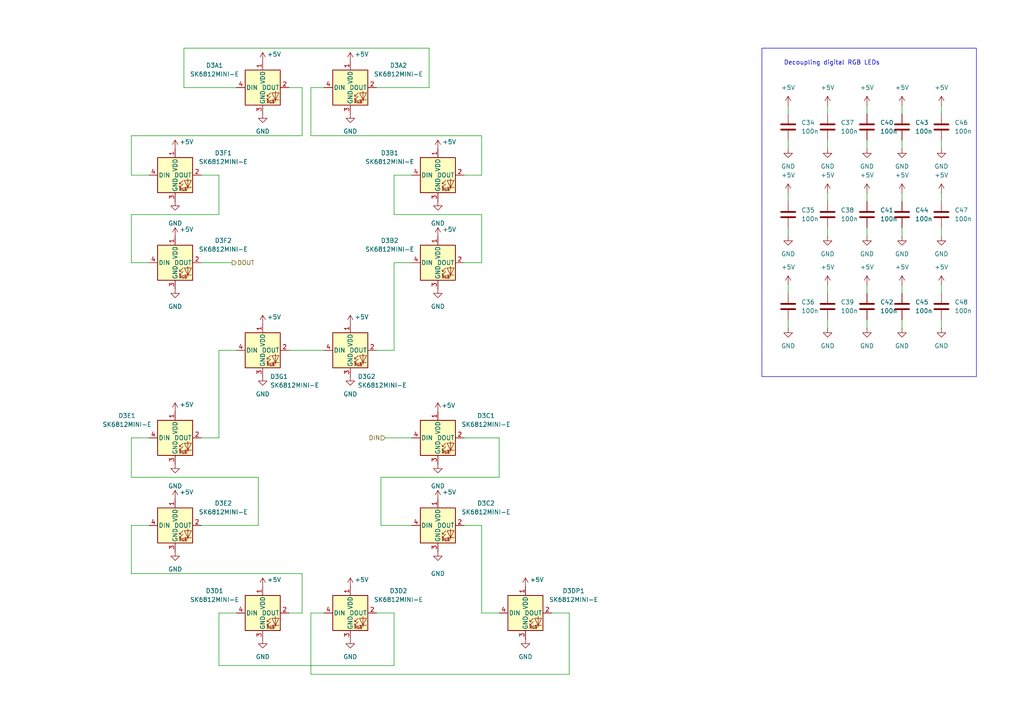
<source format=kicad_sch>
(kicad_sch (version 20250114) (generator "eeschema") (generator_version "9.0")
  (paper "A4")
  (title_block (title "n-teller-xl-diy") (date "2025-07-28") (rev "1.0") (company "https://github.com/atoomnetmarc/n-teller-xl-diy") (comment 1 "Apache License 2.0"))
  (lib_symbols
    (symbol "Device:C" (pin_numbers (hide yes)) (pin_names (offset 0.254))
      (property "Reference" "C" (at 0.635 2.54 0))
      (property "Value" "C" (at 0.635 -2.54 0))
      (symbol "C_0_1"
        (polyline (pts (xy -2.032 0.762) (xy 2.032 0.762)) (stroke (width 0.508)))
        (polyline (pts (xy -2.032 -0.762) (xy 2.032 -0.762)) (stroke (width 0.508)))
      )
      (symbol "C_1_1"
        (pin passive line (at 0 3.81 270) (length 2.794) (name "~") (number "1"))
        (pin passive line (at 0 -3.81 90) (length 2.794) (name "~") (number "2"))
      )
    )
    (symbol "LED-extra:SK6812MINI-E" (pin_names (offset 0.254))
      (property "Reference" "D" (at 5.08 5.715 0))
      (property "Value" "SK6812MINI-E" (at 1.27 -5.715 0))
      (symbol "SK6812MINI-E_0_0"
        (text "RGB" (at 2.286 -4.191 0) (effects (font (size 0.762 0.762))))
      )
      (symbol "SK6812MINI-E_0_1"
        (rectangle (start -5.08 5.08) (end 5.08 -5.08) (stroke (width 0.254)) (fill (type background)))
        (polyline (pts (xy 1.27 -2.54) (xy 1.778 -2.54)))
        (polyline (pts (xy 1.27 -3.556) (xy 1.778 -3.556)))
        (polyline (pts (xy 2.286 -1.524) (xy 1.27 -2.54) (xy 1.27 -2.032)))
        (polyline (pts (xy 2.286 -2.54) (xy 1.27 -3.556) (xy 1.27 -3.048)))
        (polyline (pts (xy 3.683 -1.016) (xy 3.683 -3.556) (xy 3.683 -4.064)))
        (polyline (pts (xy 4.699 -1.524) (xy 2.667 -1.524) (xy 3.683 -3.556) (xy 4.699 -1.524)))
        (polyline (pts (xy 4.699 -3.556) (xy 2.667 -3.556)))
      )
      (symbol "SK6812MINI-E_1_1"
        (pin input line (at -7.62 0 0) (length 2.54) (name "DIN") (number "4"))
        (pin power_in line (at 0 7.62 270) (length 2.54) (name "VDD") (number "1"))
        (pin power_in line (at 0 -7.62 90) (length 2.54) (name "GND") (number "3"))
        (pin output line (at 7.62 0 180) (length 2.54) (name "DOUT") (number "2"))
      )
    )
    (symbol "power:+5V" (power) (pin_numbers (hide yes)) (pin_names (offset 0) (hide yes))
      (property "Value" "+5V" (at 0 3.556 0))
      (symbol "+5V_0_1"
        (polyline (pts (xy -0.762 1.27) (xy 0 2.54)))
        (polyline (pts (xy 0 2.54) (xy 0.762 1.27)))
        (polyline (pts (xy 0 0) (xy 0 2.54)))
      )
      (symbol "+5V_1_1"
        (pin power_in line (at 0 0 90) (length 0) (name "~") (number "1"))
      )
    )
    (symbol "power:GND" (power) (pin_numbers (hide yes)) (pin_names (offset 0) (hide yes))
      (property "Value" "GND" (at 0 -3.81 0))
      (symbol "GND_0_1"
        (polyline (pts (xy 0 0) (xy 0 -1.27) (xy 1.27 -1.27) (xy 0 -2.54) (xy -1.27 -1.27) (xy 0 -1.27)))
      )
      (symbol "GND_1_1"
        (pin power_in line (at 0 0 270) (length 0) (name "~") (number "1"))
      )
    )
  )
  (rectangle (start 220.98 13.97) (end 283.21 109.22))
  (text "Decoupling digital RGB LEDs" (at 227.33 19.05 0) (effects (font (size 1.27 1.27)) (justify left bottom)))
  (wire (pts (xy 63.5 62.23) (xy 38.1 62.23)))
  (wire (pts (xy 114.3 177.8) (xy 114.3 193.04)))
  (wire (pts (xy 38.1 127) (xy 43.18 127)))
  (wire (pts (xy 273.05 30.48) (xy 273.05 33.02)))
  (wire (pts (xy 114.3 101.6) (xy 114.3 76.2)))
  (wire (pts (xy 134.62 152.4) (xy 139.7 152.4)))
  (wire (pts (xy 240.03 30.48) (xy 240.03 33.02)))
  (wire (pts (xy 63.5 193.04) (xy 63.5 177.8)))
  (wire (pts (xy 74.93 152.4) (xy 74.93 138.43)))
  (wire (pts (xy 139.7 177.8) (xy 144.78 177.8)))
  (wire (pts (xy 38.1 138.43) (xy 38.1 127)))
  (wire (pts (xy 38.1 166.37) (xy 38.1 152.4)))
  (wire (pts (xy 90.17 177.8) (xy 93.98 177.8)))
  (wire (pts (xy 251.46 82.55) (xy 251.46 85.09)))
  (wire (pts (xy 261.62 55.88) (xy 261.62 58.42)))
  (wire (pts (xy 139.7 62.23) (xy 114.3 62.23)))
  (wire (pts (xy 228.6 66.04) (xy 228.6 68.58)))
  (wire (pts (xy 240.03 66.04) (xy 240.03 68.58)))
  (wire (pts (xy 139.7 76.2) (xy 139.7 62.23)))
  (wire (pts (xy 114.3 193.04) (xy 63.5 193.04)))
  (wire (pts (xy 165.1 195.58) (xy 90.17 195.58)))
  (wire (pts (xy 165.1 177.8) (xy 165.1 195.58)))
  (wire (pts (xy 38.1 76.2) (xy 43.18 76.2)))
  (wire (pts (xy 228.6 92.71) (xy 228.6 95.25)))
  (wire (pts (xy 124.46 13.97) (xy 53.34 13.97)))
  (wire (pts (xy 261.62 66.04) (xy 261.62 68.58)))
  (wire (pts (xy 38.1 62.23) (xy 38.1 76.2)))
  (wire (pts (xy 111.76 127) (xy 119.38 127)))
  (wire (pts (xy 58.42 152.4) (xy 74.93 152.4)))
  (wire (pts (xy 74.93 138.43) (xy 38.1 138.43)))
  (wire (pts (xy 63.5 101.6) (xy 68.58 101.6)))
  (wire (pts (xy 87.63 177.8) (xy 87.63 166.37)))
  (wire (pts (xy 240.03 40.64) (xy 240.03 43.18)))
  (wire (pts (xy 261.62 92.71) (xy 261.62 95.25)))
  (wire (pts (xy 240.03 82.55) (xy 240.03 85.09)))
  (wire (pts (xy 110.49 138.43) (xy 110.49 152.4)))
  (wire (pts (xy 87.63 39.37) (xy 38.1 39.37)))
  (wire (pts (xy 261.62 30.48) (xy 261.62 33.02)))
  (wire (pts (xy 251.46 66.04) (xy 251.46 68.58)))
  (wire (pts (xy 83.82 101.6) (xy 93.98 101.6)))
  (wire (pts (xy 38.1 152.4) (xy 43.18 152.4)))
  (wire (pts (xy 144.78 138.43) (xy 110.49 138.43)))
  (wire (pts (xy 240.03 92.71) (xy 240.03 95.25)))
  (wire (pts (xy 109.22 101.6) (xy 114.3 101.6)))
  (wire (pts (xy 139.7 152.4) (xy 139.7 177.8)))
  (wire (pts (xy 90.17 39.37) (xy 90.17 25.4)))
  (wire (pts (xy 251.46 92.71) (xy 251.46 95.25)))
  (wire (pts (xy 160.02 177.8) (xy 165.1 177.8)))
  (wire (pts (xy 109.22 25.4) (xy 124.46 25.4)))
  (wire (pts (xy 228.6 82.55) (xy 228.6 85.09)))
  (wire (pts (xy 134.62 50.8) (xy 139.7 50.8)))
  (wire (pts (xy 134.62 76.2) (xy 139.7 76.2)))
  (wire (pts (xy 144.78 127) (xy 144.78 138.43)))
  (wire (pts (xy 38.1 39.37) (xy 38.1 50.8)))
  (wire (pts (xy 273.05 92.71) (xy 273.05 95.25)))
  (wire (pts (xy 114.3 76.2) (xy 119.38 76.2)))
  (wire (pts (xy 110.49 152.4) (xy 119.38 152.4)))
  (wire (pts (xy 114.3 50.8) (xy 119.38 50.8)))
  (wire (pts (xy 90.17 195.58) (xy 90.17 177.8)))
  (wire (pts (xy 53.34 13.97) (xy 53.34 25.4)))
  (wire (pts (xy 240.03 55.88) (xy 240.03 58.42)))
  (wire (pts (xy 38.1 50.8) (xy 43.18 50.8)))
  (wire (pts (xy 58.42 50.8) (xy 63.5 50.8)))
  (wire (pts (xy 134.62 127) (xy 144.78 127)))
  (wire (pts (xy 228.6 55.88) (xy 228.6 58.42)))
  (wire (pts (xy 139.7 39.37) (xy 90.17 39.37)))
  (wire (pts (xy 251.46 55.88) (xy 251.46 58.42)))
  (wire (pts (xy 87.63 166.37) (xy 38.1 166.37)))
  (wire (pts (xy 139.7 50.8) (xy 139.7 39.37)))
  (wire (pts (xy 90.17 25.4) (xy 93.98 25.4)))
  (wire (pts (xy 251.46 40.64) (xy 251.46 43.18)))
  (wire (pts (xy 63.5 127) (xy 63.5 101.6)))
  (wire (pts (xy 228.6 40.64) (xy 228.6 43.18)))
  (wire (pts (xy 261.62 82.55) (xy 261.62 85.09)))
  (wire (pts (xy 63.5 177.8) (xy 68.58 177.8)))
  (wire (pts (xy 58.42 76.2) (xy 67.31 76.2)))
  (wire (pts (xy 251.46 30.48) (xy 251.46 33.02)))
  (wire (pts (xy 273.05 66.04) (xy 273.05 68.58)))
  (wire (pts (xy 58.42 127) (xy 63.5 127)))
  (wire (pts (xy 228.6 30.48) (xy 228.6 33.02)))
  (wire (pts (xy 53.34 25.4) (xy 68.58 25.4)))
  (wire (pts (xy 109.22 177.8) (xy 114.3 177.8)))
  (wire (pts (xy 114.3 62.23) (xy 114.3 50.8)))
  (wire (pts (xy 87.63 25.4) (xy 87.63 39.37)))
  (wire (pts (xy 83.82 177.8) (xy 87.63 177.8)))
  (wire (pts (xy 124.46 25.4) (xy 124.46 13.97)))
  (wire (pts (xy 261.62 40.64) (xy 261.62 43.18)))
  (wire (pts (xy 273.05 55.88) (xy 273.05 58.42)))
  (wire (pts (xy 63.5 50.8) (xy 63.5 62.23)))
  (wire (pts (xy 273.05 40.64) (xy 273.05 43.18)))
  (wire (pts (xy 83.82 25.4) (xy 87.63 25.4)))
  (wire (pts (xy 273.05 82.55) (xy 273.05 85.09)))
  (hierarchical_label "DOUT" (shape output) (at 67.31 76.2 0))
  (hierarchical_label "DIN" (shape input) (at 111.76 127 180))
  (symbol (lib_id "LED-extra:SK6812MINI-E") (at 76.2 25.4 0) (unit 1)
    (property "Reference" "D1A1" (at 62.23 18.9798 0))
    (property "Value" "SK6812MINI-E" (at 62.23 21.5198 0))
    (property "Footprint" "LED_SMD-extra:LED_SK6812MINI-E_3.2x2.8x1.78mm_P1.5mm" (effects (hide yes)))
    (property "Datasheet" "https://datasheet.lcsc.com/lcsc/2305101623_OPSCO-Optoelectronics-SK6812MINI-E_C5149201.pdf" (effects (hide yes)))
    (property "Description" "Reverse mount RGB LED with integrated controller" (effects (hide yes)))
    (instances (project "n-teller-xl-diy" (path "" (reference "D3A1") (unit 1)) (path "" (reference "D1A1") (unit 1)) (path "" (reference "D4A1") (unit 1)) (path "" (reference "D2A1") (unit 1))))
  )
  (symbol (lib_id "power:GND") (at 251.46 68.58 0) (unit 1)
    (property "Reference" "#PWR060" (effects (hide yes)))
    (property "Value" "GND" (at 251.46 73.66 0))
    (instances (project "n-teller-xl-diy" (path "" (reference "#PWR0178") (unit 1)) (path "" (reference "#PWR060") (unit 1)) (path "" (reference "#PWR0238") (unit 1)) (path "" (reference "#PWR0118") (unit 1))))
  )
  (symbol (lib_id "power:+5V") (at 228.6 30.48 0) (unit 1)
    (property "Reference" "#PWR063" (effects (hide yes)))
    (property "Value" "+5V" (at 228.6 25.4 0))
    (instances (project "n-teller-xl-diy" (path "" (reference "#PWR0163") (unit 1)) (path "" (reference "#PWR063") (unit 1)) (path "" (reference "#PWR0223") (unit 1)) (path "" (reference "#PWR0103") (unit 1))))
  )
  (symbol (lib_id "LED-extra:SK6812MINI-E") (at 127 50.8 0) (unit 1)
    (property "Reference" "D1B1" (at 113.03 44.3798 0))
    (property "Value" "SK6812MINI-E" (at 113.03 46.9198 0))
    (property "Footprint" "LED_SMD-extra:LED_SK6812MINI-E_3.2x2.8x1.78mm_P1.5mm" (effects (hide yes)))
    (property "Datasheet" "https://datasheet.lcsc.com/lcsc/2305101623_OPSCO-Optoelectronics-SK6812MINI-E_C5149201.pdf" (effects (hide yes)))
    (property "Description" "Reverse mount RGB LED with integrated controller" (effects (hide yes)))
    (instances (project "n-teller-xl-diy" (path "" (reference "D3B1") (unit 1)) (path "" (reference "D1B1") (unit 1)) (path "" (reference "D4B1") (unit 1)) (path "" (reference "D2B1") (unit 1))))
  )
  (symbol (lib_id "LED-extra:SK6812MINI-E") (at 50.8 152.4 0) (unit 1)
    (property "Reference" "D1E2" (at 64.77 145.9798 0))
    (property "Value" "SK6812MINI-E" (at 64.77 148.5198 0))
    (property "Footprint" "LED_SMD-extra:LED_SK6812MINI-E_3.2x2.8x1.78mm_P1.5mm" (effects (hide yes)))
    (property "Datasheet" "https://datasheet.lcsc.com/lcsc/2305101623_OPSCO-Optoelectronics-SK6812MINI-E_C5149201.pdf" (effects (hide yes)))
    (property "Description" "Reverse mount RGB LED with integrated controller" (effects (hide yes)))
    (instances (project "n-teller-xl-diy" (path "" (reference "D3E2") (unit 1)) (path "" (reference "D1E2") (unit 1)) (path "" (reference "D4E2") (unit 1)) (path "" (reference "D2E2") (unit 1))))
  )
  (symbol (lib_id "power:+5V") (at 50.8 119.38 0) (unit 1)
    (property "Reference" "#PWR019" (effects (hide yes)))
    (property "Value" "+5V" (at 54.102 117.348 0))
    (property "Description" "Power symbol creates a global label with name \"+5V\"" (effects (hide yes)))
    (instances (project "n-teller-xl-diy" (path "" (reference "#PWR0137") (unit 1)) (path "" (reference "#PWR019") (unit 1)) (path "" (reference "#PWR0197") (unit 1)) (path "" (reference "#PWR077") (unit 1))))
  )
  (symbol (lib_id "power:GND") (at 50.8 134.62 0) (unit 1)
    (property "Reference" "#PWR010" (effects (hide yes)))
    (property "Value" "GND" (at 50.8 140.97 0))
    (property "Description" "Power symbol creates a global label with name \"GND\" , ground" (effects (hide yes)))
    (instances (project "n-teller-xl-diy" (path "" (reference "#PWR0138") (unit 1)) (path "" (reference "#PWR010") (unit 1)) (path "" (reference "#PWR0198") (unit 1)) (path "" (reference "#PWR078") (unit 1))))
  )
  (symbol (lib_id "power:GND") (at 240.03 95.25 0) (unit 1)
    (property "Reference" "#PWR043" (effects (hide yes)))
    (property "Value" "GND" (at 240.03 100.33 0))
    (instances (project "n-teller-xl-diy" (path "" (reference "#PWR0174") (unit 1)) (path "" (reference "#PWR043") (unit 1)) (path "" (reference "#PWR0234") (unit 1)) (path "" (reference "#PWR0114") (unit 1))))
  )
  (symbol (lib_id "power:GND") (at 76.2 185.42 0) (unit 1)
    (property "Reference" "#PWR08" (effects (hide yes)))
    (property "Value" "GND" (at 76.2 190.5 0))
    (property "Description" "Power symbol creates a global label with name \"GND\" , ground" (effects (hide yes)))
    (instances (project "n-teller-xl-diy" (path "" (reference "#PWR0146") (unit 1)) (path "" (reference "#PWR08") (unit 1)) (path "" (reference "#PWR0206") (unit 1)) (path "" (reference "#PWR086") (unit 1))))
  )
  (symbol (lib_id "power:GND") (at 228.6 68.58 0) (unit 1)
    (property "Reference" "#PWR058" (effects (hide yes)))
    (property "Value" "GND" (at 228.6 73.66 0))
    (instances (project "n-teller-xl-diy" (path "" (reference "#PWR0166") (unit 1)) (path "" (reference "#PWR058") (unit 1)) (path "" (reference "#PWR0226") (unit 1)) (path "" (reference "#PWR0106") (unit 1))))
  )
  (symbol (lib_id "Device:C") (at 228.6 36.83 0) (unit 1)
    (property "Reference" "C13" (at 232.41 35.56 0) (effects (justify left)))
    (property "Value" "100n" (at 232.41 38.1 0) (effects (justify left)))
    (property "Footprint" "Capacitor_SMD:C_0805_2012Metric_Pad1.18x1.45mm_HandSolder" (effects (hide yes)))
    (instances (project "n-teller-xl-diy" (path "" (reference "C34") (unit 1)) (path "" (reference "C13") (unit 1)) (path "" (reference "C49") (unit 1)) (path "" (reference "C19") (unit 1))))
  )
  (symbol (lib_id "LED-extra:SK6812MINI-E") (at 127 152.4 0) (unit 1)
    (property "Reference" "D1C2" (at 140.97 145.9798 0))
    (property "Value" "SK6812MINI-E" (at 140.97 148.5198 0))
    (property "Footprint" "LED_SMD-extra:LED_SK6812MINI-E_3.2x2.8x1.78mm_P1.5mm" (effects (hide yes)))
    (property "Datasheet" "https://datasheet.lcsc.com/lcsc/2305101623_OPSCO-Optoelectronics-SK6812MINI-E_C5149201.pdf" (effects (hide yes)))
    (property "Description" "Reverse mount RGB LED with integrated controller" (effects (hide yes)))
    (instances (project "n-teller-xl-diy" (path "" (reference "D3C2") (unit 1)) (path "" (reference "D1C2") (unit 1)) (path "" (reference "D4C2") (unit 1)) (path "" (reference "D2C2") (unit 1))))
  )
  (symbol (lib_id "power:+5V") (at 251.46 55.88 0) (unit 1)
    (property "Reference" "#PWR055" (effects (hide yes)))
    (property "Value" "+5V" (at 251.46 50.8 0))
    (instances (project "n-teller-xl-diy" (path "" (reference "#PWR0177") (unit 1)) (path "" (reference "#PWR055") (unit 1)) (path "" (reference "#PWR0237") (unit 1)) (path "" (reference "#PWR0117") (unit 1))))
  )
  (symbol (lib_id "power:+5V") (at 273.05 55.88 0) (unit 1)
    (property "Reference" "#PWR057" (effects (hide yes)))
    (property "Value" "+5V" (at 273.05 50.8 0))
    (instances (project "n-teller-xl-diy" (path "" (reference "#PWR0189") (unit 1)) (path "" (reference "#PWR057") (unit 1)) (path "" (reference "#PWR0249") (unit 1)) (path "" (reference "#PWR0129") (unit 1))))
  )
  (symbol (lib_id "power:GND") (at 273.05 95.25 0) (unit 1)
    (property "Reference" "#PWR046" (effects (hide yes)))
    (property "Value" "GND" (at 273.05 100.33 0))
    (instances (project "n-teller-xl-diy" (path "" (reference "#PWR0192") (unit 1)) (path "" (reference "#PWR046") (unit 1)) (path "" (reference "#PWR0252") (unit 1)) (path "" (reference "#PWR0132") (unit 1))))
  )
  (symbol (lib_id "LED-extra:SK6812MINI-E") (at 50.8 76.2 0) (unit 1)
    (property "Reference" "D1F2" (at 64.77 69.7798 0))
    (property "Value" "SK6812MINI-E" (at 64.77 72.3198 0))
    (property "Footprint" "LED_SMD-extra:LED_SK6812MINI-E_3.2x2.8x1.78mm_P1.5mm" (effects (hide yes)))
    (property "Datasheet" "https://datasheet.lcsc.com/lcsc/2305101623_OPSCO-Optoelectronics-SK6812MINI-E_C5149201.pdf" (effects (hide yes)))
    (property "Description" "Reverse mount RGB LED with integrated controller" (effects (hide yes)))
    (instances (project "n-teller-xl-diy" (path "" (reference "D3F2") (unit 1)) (path "" (reference "D1F2") (unit 1)) (path "" (reference "D4F2") (unit 1)) (path "" (reference "D2F2") (unit 1))))
  )
  (symbol (lib_id "Device:C") (at 251.46 88.9 0) (unit 1)
    (property "Reference" "C4" (at 255.27 87.63 0) (effects (justify left)))
    (property "Value" "100n" (at 255.27 90.17 0) (effects (justify left)))
    (property "Footprint" "Capacitor_SMD:C_0805_2012Metric_Pad1.18x1.45mm_HandSolder" (effects (hide yes)))
    (instances (project "n-teller-xl-diy" (path "" (reference "C42") (unit 1)) (path "" (reference "C4") (unit 1)) (path "" (reference "C57") (unit 1)) (path "" (reference "C27") (unit 1))))
  )
  (symbol (lib_id "power:+5V") (at 101.6 17.78 0) (unit 1)
    (property "Reference" "#PWR027" (effects (hide yes)))
    (property "Value" "+5V" (at 104.902 15.748 0))
    (property "Description" "Power symbol creates a global label with name \"+5V\"" (effects (hide yes)))
    (instances (project "n-teller-xl-diy" (path "" (reference "#PWR0147") (unit 1)) (path "" (reference "#PWR027") (unit 1)) (path "" (reference "#PWR0207") (unit 1)) (path "" (reference "#PWR087") (unit 1))))
  )
  (symbol (lib_id "LED-extra:SK6812MINI-E") (at 101.6 177.8 0) (unit 1)
    (property "Reference" "D1D2" (at 115.57 171.3798 0))
    (property "Value" "SK6812MINI-E" (at 115.57 173.9198 0))
    (property "Footprint" "LED_SMD-extra:LED_SK6812MINI-E_3.2x2.8x1.78mm_P1.5mm" (effects (hide yes)))
    (property "Datasheet" "https://datasheet.lcsc.com/lcsc/2305101623_OPSCO-Optoelectronics-SK6812MINI-E_C5149201.pdf" (effects (hide yes)))
    (property "Description" "Reverse mount RGB LED with integrated controller" (effects (hide yes)))
    (instances (project "n-teller-xl-diy" (path "" (reference "D3D2") (unit 1)) (path "" (reference "D1D2") (unit 1)) (path "" (reference "D4D2") (unit 1)) (path "" (reference "D2D2") (unit 1))))
  )
  (symbol (lib_id "Device:C") (at 228.6 62.23 0) (unit 1)
    (property "Reference" "C8" (at 232.41 60.96 0) (effects (justify left)))
    (property "Value" "100n" (at 232.41 63.5 0) (effects (justify left)))
    (property "Footprint" "Capacitor_SMD:C_0805_2012Metric_Pad1.18x1.45mm_HandSolder" (effects (hide yes)))
    (instances (project "n-teller-xl-diy" (path "" (reference "C35") (unit 1)) (path "" (reference "C8") (unit 1)) (path "" (reference "C50") (unit 1)) (path "" (reference "C20") (unit 1))))
  )
  (symbol (lib_id "LED-extra:SK6812MINI-E") (at 76.2 101.6 0) (unit 1)
    (property "Reference" "D1G1" (at 78.3433 109.22 0) (effects (justify left)))
    (property "Value" "SK6812MINI-E" (at 78.3433 111.76 0) (effects (justify left)))
    (property "Footprint" "LED_SMD-extra:LED_SK6812MINI-E_3.2x2.8x1.78mm_P1.5mm" (effects (hide yes)))
    (property "Datasheet" "https://datasheet.lcsc.com/lcsc/2305101623_OPSCO-Optoelectronics-SK6812MINI-E_C5149201.pdf" (effects (hide yes)))
    (property "Description" "Reverse mount RGB LED with integrated controller" (effects (hide yes)))
    (instances (project "n-teller-xl-diy" (path "" (reference "D3G1") (unit 1)) (path "" (reference "D1G1") (unit 1)) (path "" (reference "D4G1") (unit 1)) (path "" (reference "D2G1") (unit 1))))
  )
  (symbol (lib_id "power:+5V") (at 127 43.18 0) (unit 1)
    (property "Reference" "#PWR028" (effects (hide yes)))
    (property "Value" "+5V" (at 130.302 41.148 0))
    (property "Description" "Power symbol creates a global label with name \"+5V\"" (effects (hide yes)))
    (instances (project "n-teller-xl-diy" (path "" (reference "#PWR0153") (unit 1)) (path "" (reference "#PWR028") (unit 1)) (path "" (reference "#PWR0213") (unit 1)) (path "" (reference "#PWR093") (unit 1))))
  )
  (symbol (lib_id "power:+5V") (at 228.6 82.55 0) (unit 1)
    (property "Reference" "#PWR051" (effects (hide yes)))
    (property "Value" "+5V" (at 228.6 77.47 0))
    (instances (project "n-teller-xl-diy" (path "" (reference "#PWR0167") (unit 1)) (path "" (reference "#PWR051") (unit 1)) (path "" (reference "#PWR0227") (unit 1)) (path "" (reference "#PWR0107") (unit 1))))
  )
  (symbol (lib_id "power:+5V") (at 127 68.58 0) (unit 1)
    (property "Reference" "#PWR029" (effects (hide yes)))
    (property "Value" "+5V" (at 130.302 66.548 0))
    (property "Description" "Power symbol creates a global label with name \"+5V\"" (effects (hide yes)))
    (instances (project "n-teller-xl-diy" (path "" (reference "#PWR0155") (unit 1)) (path "" (reference "#PWR029") (unit 1)) (path "" (reference "#PWR0215") (unit 1)) (path "" (reference "#PWR095") (unit 1))))
  )
  (symbol (lib_id "power:GND") (at 127 160.02 0) (unit 1)
    (property "Reference" "#PWR06" (effects (hide yes)))
    (property "Value" "GND" (at 127 166.37 0))
    (property "Description" "Power symbol creates a global label with name \"GND\" , ground" (effects (hide yes)))
    (instances (project "n-teller-xl-diy" (path "" (reference "#PWR0160") (unit 1)) (path "" (reference "#PWR06") (unit 1)) (path "" (reference "#PWR0220") (unit 1)) (path "" (reference "#PWR0100") (unit 1))))
  )
  (symbol (lib_id "power:+5V") (at 76.2 17.78 0) (unit 1)
    (property "Reference" "#PWR026" (effects (hide yes)))
    (property "Value" "+5V" (at 79.502 15.748 0))
    (property "Description" "Power symbol creates a global label with name \"+5V\"" (effects (hide yes)))
    (instances (project "n-teller-xl-diy" (path "" (reference "#PWR0141") (unit 1)) (path "" (reference "#PWR026") (unit 1)) (path "" (reference "#PWR0201") (unit 1)) (path "" (reference "#PWR081") (unit 1))))
  )
  (symbol (lib_id "Device:C") (at 251.46 62.23 0) (unit 1)
    (property "Reference" "C10" (at 255.27 60.96 0) (effects (justify left)))
    (property "Value" "100n" (at 255.27 63.5 0) (effects (justify left)))
    (property "Footprint" "Capacitor_SMD:C_0805_2012Metric_Pad1.18x1.45mm_HandSolder" (effects (hide yes)))
    (instances (project "n-teller-xl-diy" (path "" (reference "C41") (unit 1)) (path "" (reference "C10") (unit 1)) (path "" (reference "C56") (unit 1)) (path "" (reference "C26") (unit 1))))
  )
  (symbol (lib_id "Device:C") (at 251.46 36.83 0) (unit 1)
    (property "Reference" "C15" (at 255.27 35.56 0) (effects (justify left)))
    (property "Value" "100n" (at 255.27 38.1 0) (effects (justify left)))
    (property "Footprint" "Capacitor_SMD:C_0805_2012Metric_Pad1.18x1.45mm_HandSolder" (effects (hide yes)))
    (instances (project "n-teller-xl-diy" (path "" (reference "C40") (unit 1)) (path "" (reference "C15") (unit 1)) (path "" (reference "C55") (unit 1)) (path "" (reference "C25") (unit 1))))
  )
  (symbol (lib_id "Device:C") (at 228.6 88.9 0) (unit 1)
    (property "Reference" "C7" (at 232.41 87.63 0) (effects (justify left)))
    (property "Value" "100n" (at 232.41 90.17 0) (effects (justify left)))
    (property "Footprint" "Capacitor_SMD:C_0805_2012Metric_Pad1.18x1.45mm_HandSolder" (effects (hide yes)))
    (instances (project "n-teller-xl-diy" (path "" (reference "C36") (unit 1)) (path "" (reference "C7") (unit 1)) (path "" (reference "C51") (unit 1)) (path "" (reference "C21") (unit 1))))
  )
  (symbol (lib_id "power:GND") (at 261.62 68.58 0) (unit 1)
    (property "Reference" "#PWR061" (effects (hide yes)))
    (property "Value" "GND" (at 261.62 73.66 0))
    (instances (project "n-teller-xl-diy" (path "" (reference "#PWR0184") (unit 1)) (path "" (reference "#PWR061") (unit 1)) (path "" (reference "#PWR0244") (unit 1)) (path "" (reference "#PWR0124") (unit 1))))
  )
  (symbol (lib_id "power:GND") (at 251.46 95.25 0) (unit 1)
    (property "Reference" "#PWR044" (effects (hide yes)))
    (property "Value" "GND" (at 251.46 100.33 0))
    (instances (project "n-teller-xl-diy" (path "" (reference "#PWR0180") (unit 1)) (path "" (reference "#PWR044") (unit 1)) (path "" (reference "#PWR0240") (unit 1)) (path "" (reference "#PWR0120") (unit 1))))
  )
  (symbol (lib_id "power:GND") (at 101.6 109.22 0) (unit 1)
    (property "Reference" "#PWR017" (effects (hide yes)))
    (property "Value" "GND" (at 101.6 114.3 0))
    (property "Description" "Power symbol creates a global label with name \"GND\" , ground" (effects (hide yes)))
    (instances (project "n-teller-xl-diy" (path "" (reference "#PWR0150") (unit 1)) (path "" (reference "#PWR017") (unit 1)) (path "" (reference "#PWR0210") (unit 1)) (path "" (reference "#PWR090") (unit 1))))
  )
  (symbol (lib_id "LED-extra:SK6812MINI-E") (at 101.6 25.4 0) (unit 1)
    (property "Reference" "D1A2" (at 115.57 18.9798 0))
    (property "Value" "SK6812MINI-E" (at 115.57 21.5198 0))
    (property "Footprint" "LED_SMD-extra:LED_SK6812MINI-E_3.2x2.8x1.78mm_P1.5mm" (effects (hide yes)))
    (property "Datasheet" "https://datasheet.lcsc.com/lcsc/2305101623_OPSCO-Optoelectronics-SK6812MINI-E_C5149201.pdf" (effects (hide yes)))
    (property "Description" "Reverse mount RGB LED with integrated controller" (effects (hide yes)))
    (instances (project "n-teller-xl-diy" (path "" (reference "D3A2") (unit 1)) (path "" (reference "D1A2") (unit 1)) (path "" (reference "D4A2") (unit 1)) (path "" (reference "D2A2") (unit 1))))
  )
  (symbol (lib_id "LED-extra:SK6812MINI-E") (at 50.8 127 0) (unit 1)
    (property "Reference" "D1E1" (at 36.83 120.5798 0))
    (property "Value" "SK6812MINI-E" (at 36.83 123.1198 0))
    (property "Footprint" "LED_SMD-extra:LED_SK6812MINI-E_3.2x2.8x1.78mm_P1.5mm" (effects (hide yes)))
    (property "Datasheet" "https://datasheet.lcsc.com/lcsc/2305101623_OPSCO-Optoelectronics-SK6812MINI-E_C5149201.pdf" (effects (hide yes)))
    (property "Description" "Reverse mount RGB LED with integrated controller" (effects (hide yes)))
    (instances (project "n-teller-xl-diy" (path "" (reference "D3E1") (unit 1)) (path "" (reference "D1E1") (unit 1)) (path "" (reference "D4E1") (unit 1)) (path "" (reference "D2E1") (unit 1))))
  )
  (symbol (lib_id "power:GND") (at 50.8 83.82 0) (unit 1)
    (property "Reference" "#PWR011" (effects (hide yes)))
    (property "Value" "GND" (at 50.8 88.9 0))
    (property "Description" "Power symbol creates a global label with name \"GND\" , ground" (effects (hide yes)))
    (instances (project "n-teller-xl-diy" (path "" (reference "#PWR0136") (unit 1)) (path "" (reference "#PWR011") (unit 1)) (path "" (reference "#PWR0196") (unit 1)) (path "" (reference "#PWR076") (unit 1))))
  )
  (symbol (lib_id "Device:C") (at 240.03 88.9 0) (unit 1)
    (property "Reference" "C3" (at 243.84 87.63 0) (effects (justify left)))
    (property "Value" "100n" (at 243.84 90.17 0) (effects (justify left)))
    (property "Footprint" "Capacitor_SMD:C_0805_2012Metric_Pad1.18x1.45mm_HandSolder" (effects (hide yes)))
    (instances (project "n-teller-xl-diy" (path "" (reference "C39") (unit 1)) (path "" (reference "C3") (unit 1)) (path "" (reference "C54") (unit 1)) (path "" (reference "C24") (unit 1))))
  )
  (symbol (lib_id "power:GND") (at 76.2 109.22 0) (unit 1)
    (property "Reference" "#PWR018" (effects (hide yes)))
    (property "Value" "GND" (at 76.2 114.3 0))
    (property "Description" "Power symbol creates a global label with name \"GND\" , ground" (effects (hide yes)))
    (instances (project "n-teller-xl-diy" (path "" (reference "#PWR0144") (unit 1)) (path "" (reference "#PWR018") (unit 1)) (path "" (reference "#PWR0204") (unit 1)) (path "" (reference "#PWR084") (unit 1))))
  )
  (symbol (lib_id "power:+5V") (at 76.2 93.98 0) (unit 1)
    (property "Reference" "#PWR023" (effects (hide yes)))
    (property "Value" "+5V" (at 79.502 91.948 0))
    (property "Description" "Power symbol creates a global label with name \"+5V\"" (effects (hide yes)))
    (instances (project "n-teller-xl-diy" (path "" (reference "#PWR0143") (unit 1)) (path "" (reference "#PWR023") (unit 1)) (path "" (reference "#PWR0203") (unit 1)) (path "" (reference "#PWR083") (unit 1))))
  )
  (symbol (lib_id "power:GND") (at 101.6 33.02 0) (unit 1)
    (property "Reference" "#PWR014" (effects (hide yes)))
    (property "Value" "GND" (at 101.6 38.1 0))
    (property "Description" "Power symbol creates a global label with name \"GND\" , ground" (effects (hide yes)))
    (instances (project "n-teller-xl-diy" (path "" (reference "#PWR0148") (unit 1)) (path "" (reference "#PWR014") (unit 1)) (path "" (reference "#PWR0208") (unit 1)) (path "" (reference "#PWR088") (unit 1))))
  )
  (symbol (lib_id "LED-extra:SK6812MINI-E") (at 50.8 50.8 0) (unit 1)
    (property "Reference" "D1F1" (at 64.77 44.3798 0))
    (property "Value" "SK6812MINI-E" (at 64.77 46.9198 0))
    (property "Footprint" "LED_SMD-extra:LED_SK6812MINI-E_3.2x2.8x1.78mm_P1.5mm" (effects (hide yes)))
    (property "Datasheet" "https://datasheet.lcsc.com/lcsc/2305101623_OPSCO-Optoelectronics-SK6812MINI-E_C5149201.pdf" (effects (hide yes)))
    (property "Description" "Reverse mount RGB LED with integrated controller" (effects (hide yes)))
    (instances (project "n-teller-xl-diy" (path "" (reference "D3F1") (unit 1)) (path "" (reference "D1F1") (unit 1)) (path "" (reference "D4F1") (unit 1)) (path "" (reference "D2F1") (unit 1))))
  )
  (symbol (lib_id "power:GND") (at 152.4 185.42 0) (unit 1)
    (property "Reference" "#PWR03" (effects (hide yes)))
    (property "Value" "GND" (at 152.4 190.5 0))
    (property "Description" "Power symbol creates a global label with name \"GND\" , ground" (effects (hide yes)))
    (instances (project "n-teller-xl-diy" (path "" (reference "#PWR0162") (unit 1)) (path "" (reference "#PWR03") (unit 1)) (path "" (reference "#PWR0222") (unit 1)) (path "" (reference "#PWR0102") (unit 1))))
  )
  (symbol (lib_id "power:+5V") (at 50.8 68.58 0) (unit 1)
    (property "Reference" "#PWR024" (effects (hide yes)))
    (property "Value" "+5V" (at 54.102 66.548 0))
    (property "Description" "Power symbol creates a global label with name \"+5V\"" (effects (hide yes)))
    (instances (project "n-teller-xl-diy" (path "" (reference "#PWR0135") (unit 1)) (path "" (reference "#PWR024") (unit 1)) (path "" (reference "#PWR0195") (unit 1)) (path "" (reference "#PWR075") (unit 1))))
  )
  (symbol (lib_id "LED-extra:SK6812MINI-E") (at 76.2 177.8 0) (unit 1)
    (property "Reference" "D1D1" (at 62.23 171.3798 0))
    (property "Value" "SK6812MINI-E" (at 62.23 173.9198 0))
    (property "Footprint" "LED_SMD-extra:LED_SK6812MINI-E_3.2x2.8x1.78mm_P1.5mm" (effects (hide yes)))
    (property "Datasheet" "https://datasheet.lcsc.com/lcsc/2305101623_OPSCO-Optoelectronics-SK6812MINI-E_C5149201.pdf" (effects (hide yes)))
    (property "Description" "Reverse mount RGB LED with integrated controller" (effects (hide yes)))
    (instances (project "n-teller-xl-diy" (path "" (reference "D3D1") (unit 1)) (path "" (reference "D1D1") (unit 1)) (path "" (reference "D4D1") (unit 1)) (path "" (reference "D2D1") (unit 1))))
  )
  (symbol (lib_id "LED-extra:SK6812MINI-E") (at 152.4 177.8 0) (unit 1)
    (property "Reference" "D1DP1" (at 166.37 171.3798 0))
    (property "Value" "SK6812MINI-E" (at 166.37 173.9198 0))
    (property "Footprint" "LED_SMD-extra:LED_SK6812MINI-E_3.2x2.8x1.78mm_P1.5mm" (effects (hide yes)))
    (property "Datasheet" "https://datasheet.lcsc.com/lcsc/2305101623_OPSCO-Optoelectronics-SK6812MINI-E_C5149201.pdf" (effects (hide yes)))
    (property "Description" "Reverse mount RGB LED with integrated controller" (effects (hide yes)))
    (instances (project "n-teller-xl-diy" (path "" (reference "D3DP1") (unit 1)) (path "" (reference "D1DP1") (unit 1)) (path "" (reference "D4DP1") (unit 1)) (path "" (reference "D2DP1") (unit 1))))
  )
  (symbol (lib_id "power:GND") (at 101.6 185.42 0) (unit 1)
    (property "Reference" "#PWR07" (effects (hide yes)))
    (property "Value" "GND" (at 101.6 190.5 0))
    (property "Description" "Power symbol creates a global label with name \"GND\" , ground" (effects (hide yes)))
    (instances (project "n-teller-xl-diy" (path "" (reference "#PWR0152") (unit 1)) (path "" (reference "#PWR07") (unit 1)) (path "" (reference "#PWR0212") (unit 1)) (path "" (reference "#PWR092") (unit 1))))
  )
  (symbol (lib_id "power:+5V") (at 251.46 30.48 0) (unit 1)
    (property "Reference" "#PWR065" (effects (hide yes)))
    (property "Value" "+5V" (at 251.46 25.4 0))
    (instances (project "n-teller-xl-diy" (path "" (reference "#PWR0175") (unit 1)) (path "" (reference "#PWR065") (unit 1)) (path "" (reference "#PWR0235") (unit 1)) (path "" (reference "#PWR0115") (unit 1))))
  )
  (symbol (lib_id "power:GND") (at 251.46 43.18 0) (unit 1)
    (property "Reference" "#PWR070" (effects (hide yes)))
    (property "Value" "GND" (at 251.46 48.26 0))
    (instances (project "n-teller-xl-diy" (path "" (reference "#PWR0176") (unit 1)) (path "" (reference "#PWR070") (unit 1)) (path "" (reference "#PWR0236") (unit 1)) (path "" (reference "#PWR0116") (unit 1))))
  )
  (symbol (lib_id "power:GND") (at 273.05 43.18 0) (unit 1)
    (property "Reference" "#PWR072" (effects (hide yes)))
    (property "Value" "GND" (at 273.05 48.26 0))
    (instances (project "n-teller-xl-diy" (path "" (reference "#PWR0188") (unit 1)) (path "" (reference "#PWR072") (unit 1)) (path "" (reference "#PWR0248") (unit 1)) (path "" (reference "#PWR0128") (unit 1))))
  )
  (symbol (lib_id "power:+5V") (at 240.03 55.88 0) (unit 1)
    (property "Reference" "#PWR054" (effects (hide yes)))
    (property "Value" "+5V" (at 240.03 50.8 0))
    (instances (project "n-teller-xl-diy" (path "" (reference "#PWR0171") (unit 1)) (path "" (reference "#PWR054") (unit 1)) (path "" (reference "#PWR0231") (unit 1)) (path "" (reference "#PWR0111") (unit 1))))
  )
  (symbol (lib_id "power:GND") (at 50.8 160.02 0) (unit 1)
    (property "Reference" "#PWR09" (effects (hide yes)))
    (property "Value" "GND" (at 50.8 165.1 0))
    (property "Description" "Power symbol creates a global label with name \"GND\" , ground" (effects (hide yes)))
    (instances (project "n-teller-xl-diy" (path "" (reference "#PWR0140") (unit 1)) (path "" (reference "#PWR09") (unit 1)) (path "" (reference "#PWR0200") (unit 1)) (path "" (reference "#PWR080") (unit 1))))
  )
  (symbol (lib_id "Device:C") (at 273.05 88.9 0) (unit 1)
    (property "Reference" "C6" (at 276.86 87.63 0) (effects (justify left)))
    (property "Value" "100n" (at 276.86 90.17 0) (effects (justify left)))
    (property "Footprint" "Capacitor_SMD:C_0805_2012Metric_Pad1.18x1.45mm_HandSolder" (effects (hide yes)))
    (instances (project "n-teller-xl-diy" (path "" (reference "C48") (unit 1)) (path "" (reference "C6") (unit 1)) (path "" (reference "C63") (unit 1)) (path "" (reference "C33") (unit 1))))
  )
  (symbol (lib_id "power:+5V") (at 261.62 82.55 0) (unit 1)
    (property "Reference" "#PWR049" (effects (hide yes)))
    (property "Value" "+5V" (at 261.62 77.47 0))
    (instances (project "n-teller-xl-diy" (path "" (reference "#PWR0185") (unit 1)) (path "" (reference "#PWR049") (unit 1)) (path "" (reference "#PWR0245") (unit 1)) (path "" (reference "#PWR0125") (unit 1))))
  )
  (symbol (lib_id "power:+5V") (at 228.6 55.88 0) (unit 1)
    (property "Reference" "#PWR053" (effects (hide yes)))
    (property "Value" "+5V" (at 228.6 50.8 0))
    (instances (project "n-teller-xl-diy" (path "" (reference "#PWR0165") (unit 1)) (path "" (reference "#PWR053") (unit 1)) (path "" (reference "#PWR0225") (unit 1)) (path "" (reference "#PWR0105") (unit 1))))
  )
  (symbol (lib_id "power:GND") (at 228.6 43.18 0) (unit 1)
    (property "Reference" "#PWR068" (effects (hide yes)))
    (property "Value" "GND" (at 228.6 48.26 0))
    (instances (project "n-teller-xl-diy" (path "" (reference "#PWR0164") (unit 1)) (path "" (reference "#PWR068") (unit 1)) (path "" (reference "#PWR0224") (unit 1)) (path "" (reference "#PWR0104") (unit 1))))
  )
  (symbol (lib_id "LED-extra:SK6812MINI-E") (at 101.6 101.6 0) (unit 1)
    (property "Reference" "D1G2" (at 103.7433 109.22 0) (effects (justify left)))
    (property "Value" "SK6812MINI-E" (at 103.7433 111.76 0) (effects (justify left)))
    (property "Footprint" "LED_SMD-extra:LED_SK6812MINI-E_3.2x2.8x1.78mm_P1.5mm" (effects (hide yes)))
    (property "Datasheet" "https://datasheet.lcsc.com/lcsc/2305101623_OPSCO-Optoelectronics-SK6812MINI-E_C5149201.pdf" (effects (hide yes)))
    (property "Description" "Reverse mount RGB LED with integrated controller" (effects (hide yes)))
    (instances (project "n-teller-xl-diy" (path "" (reference "D3G2") (unit 1)) (path "" (reference "D1G2") (unit 1)) (path "" (reference "D4G2") (unit 1)) (path "" (reference "D2G2") (unit 1))))
  )
  (symbol (lib_id "power:GND") (at 228.6 95.25 0) (unit 1)
    (property "Reference" "#PWR052" (effects (hide yes)))
    (property "Value" "GND" (at 228.6 100.33 0))
    (instances (project "n-teller-xl-diy" (path "" (reference "#PWR0168") (unit 1)) (path "" (reference "#PWR052") (unit 1)) (path "" (reference "#PWR0228") (unit 1)) (path "" (reference "#PWR0108") (unit 1))))
  )
  (symbol (lib_id "power:+5V") (at 152.4 170.18 0) (unit 1)
    (property "Reference" "#PWR030" (effects (hide yes)))
    (property "Value" "+5V" (at 155.702 168.148 0))
    (property "Description" "Power symbol creates a global label with name \"+5V\"" (effects (hide yes)))
    (instances (project "n-teller-xl-diy" (path "" (reference "#PWR0161") (unit 1)) (path "" (reference "#PWR030") (unit 1)) (path "" (reference "#PWR0221") (unit 1)) (path "" (reference "#PWR0101") (unit 1))))
  )
  (symbol (lib_id "power:+5V") (at 240.03 30.48 0) (unit 1)
    (property "Reference" "#PWR064" (effects (hide yes)))
    (property "Value" "+5V" (at 240.03 25.4 0))
    (instances (project "n-teller-xl-diy" (path "" (reference "#PWR0169") (unit 1)) (path "" (reference "#PWR064") (unit 1)) (path "" (reference "#PWR0229") (unit 1)) (path "" (reference "#PWR0109") (unit 1))))
  )
  (symbol (lib_id "power:GND") (at 261.62 43.18 0) (unit 1)
    (property "Reference" "#PWR071" (effects (hide yes)))
    (property "Value" "GND" (at 261.62 48.26 0))
    (instances (project "n-teller-xl-diy" (path "" (reference "#PWR0182") (unit 1)) (path "" (reference "#PWR071") (unit 1)) (path "" (reference "#PWR0242") (unit 1)) (path "" (reference "#PWR0122") (unit 1))))
  )
  (symbol (lib_id "power:+5V") (at 240.03 82.55 0) (unit 1)
    (property "Reference" "#PWR047" (effects (hide yes)))
    (property "Value" "+5V" (at 240.03 77.47 0))
    (instances (project "n-teller-xl-diy" (path "" (reference "#PWR0173") (unit 1)) (path "" (reference "#PWR047") (unit 1)) (path "" (reference "#PWR0233") (unit 1)) (path "" (reference "#PWR0113") (unit 1))))
  )
  (symbol (lib_id "power:+5V") (at 50.8 144.78 0) (unit 1)
    (property "Reference" "#PWR04" (effects (hide yes)))
    (property "Value" "+5V" (at 54.102 142.748 0))
    (property "Description" "Power symbol creates a global label with name \"+5V\"" (effects (hide yes)))
    (instances (project "n-teller-xl-diy" (path "" (reference "#PWR0139") (unit 1)) (path "" (reference "#PWR04") (unit 1)) (path "" (reference "#PWR0199") (unit 1)) (path "" (reference "#PWR079") (unit 1))))
  )
  (symbol (lib_id "power:GND") (at 273.05 68.58 0) (unit 1)
    (property "Reference" "#PWR062" (effects (hide yes)))
    (property "Value" "GND" (at 273.05 73.66 0))
    (instances (project "n-teller-xl-diy" (path "" (reference "#PWR0190") (unit 1)) (path "" (reference "#PWR062") (unit 1)) (path "" (reference "#PWR0250") (unit 1)) (path "" (reference "#PWR0130") (unit 1))))
  )
  (symbol (lib_id "power:GND") (at 76.2 33.02 0) (unit 1)
    (property "Reference" "#PWR013" (effects (hide yes)))
    (property "Value" "GND" (at 76.2 38.1 0))
    (property "Description" "Power symbol creates a global label with name \"GND\" , ground" (effects (hide yes)))
    (instances (project "n-teller-xl-diy" (path "" (reference "#PWR0142") (unit 1)) (path "" (reference "#PWR013") (unit 1)) (path "" (reference "#PWR0202") (unit 1)) (path "" (reference "#PWR082") (unit 1))))
  )
  (symbol (lib_id "power:+5V") (at 261.62 30.48 0) (unit 1)
    (property "Reference" "#PWR066" (effects (hide yes)))
    (property "Value" "+5V" (at 261.62 25.4 0))
    (instances (project "n-teller-xl-diy" (path "" (reference "#PWR0181") (unit 1)) (path "" (reference "#PWR066") (unit 1)) (path "" (reference "#PWR0241") (unit 1)) (path "" (reference "#PWR0121") (unit 1))))
  )
  (symbol (lib_id "power:GND") (at 240.03 43.18 0) (unit 1)
    (property "Reference" "#PWR069" (effects (hide yes)))
    (property "Value" "GND" (at 240.03 48.26 0))
    (instances (project "n-teller-xl-diy" (path "" (reference "#PWR0170") (unit 1)) (path "" (reference "#PWR069") (unit 1)) (path "" (reference "#PWR0230") (unit 1)) (path "" (reference "#PWR0110") (unit 1))))
  )
  (symbol (lib_id "power:+5V") (at 101.6 170.18 0) (unit 1)
    (property "Reference" "#PWR021" (effects (hide yes)))
    (property "Value" "+5V" (at 104.902 168.148 0))
    (property "Description" "Power symbol creates a global label with name \"+5V\"" (effects (hide yes)))
    (instances (project "n-teller-xl-diy" (path "" (reference "#PWR0151") (unit 1)) (path "" (reference "#PWR021") (unit 1)) (path "" (reference "#PWR0211") (unit 1)) (path "" (reference "#PWR091") (unit 1))))
  )
  (symbol (lib_id "power:GND") (at 240.03 68.58 0) (unit 1)
    (property "Reference" "#PWR059" (effects (hide yes)))
    (property "Value" "GND" (at 240.03 73.66 0))
    (instances (project "n-teller-xl-diy" (path "" (reference "#PWR0172") (unit 1)) (path "" (reference "#PWR059") (unit 1)) (path "" (reference "#PWR0232") (unit 1)) (path "" (reference "#PWR0112") (unit 1))))
  )
  (symbol (lib_id "Device:C") (at 261.62 36.83 0) (unit 1)
    (property "Reference" "C16" (at 265.43 35.56 0) (effects (justify left)))
    (property "Value" "100n" (at 265.43 38.1 0) (effects (justify left)))
    (property "Footprint" "Capacitor_SMD:C_0805_2012Metric_Pad1.18x1.45mm_HandSolder" (effects (hide yes)))
    (instances (project "n-teller-xl-diy" (path "" (reference "C43") (unit 1)) (path "" (reference "C16") (unit 1)) (path "" (reference "C58") (unit 1)) (path "" (reference "C28") (unit 1))))
  )
  (symbol (lib_id "Device:C") (at 240.03 36.83 0) (unit 1)
    (property "Reference" "C14" (at 243.84 35.56 0) (effects (justify left)))
    (property "Value" "100n" (at 243.84 38.1 0) (effects (justify left)))
    (property "Footprint" "Capacitor_SMD:C_0805_2012Metric_Pad1.18x1.45mm_HandSolder" (effects (hide yes)))
    (instances (project "n-teller-xl-diy" (path "" (reference "C37") (unit 1)) (path "" (reference "C14") (unit 1)) (path "" (reference "C52") (unit 1)) (path "" (reference "C22") (unit 1))))
  )
  (symbol (lib_id "power:+5V") (at 127 119.38 0) (unit 1)
    (property "Reference" "#PWR01" (effects (hide yes)))
    (property "Value" "+5V" (at 130.048 117.602 0))
    (property "Description" "Power symbol creates a global label with name \"+5V\"" (effects (hide yes)))
    (instances (project "n-teller-xl-diy" (path "" (reference "#PWR0157") (unit 1)) (path "" (reference "#PWR01") (unit 1)) (path "" (reference "#PWR0217") (unit 1)) (path "" (reference "#PWR097") (unit 1))))
  )
  (symbol (lib_id "LED-extra:SK6812MINI-E") (at 127 127 0) (unit 1)
    (property "Reference" "D1C1" (at 140.97 120.5798 0))
    (property "Value" "SK6812MINI-E" (at 140.97 123.1198 0))
    (property "Footprint" "LED_SMD-extra:LED_SK6812MINI-E_3.2x2.8x1.78mm_P1.5mm" (effects (hide yes)))
    (property "Datasheet" "https://datasheet.lcsc.com/lcsc/2305101623_OPSCO-Optoelectronics-SK6812MINI-E_C5149201.pdf" (effects (hide yes)))
    (property "Description" "Reverse mount RGB LED with integrated controller" (effects (hide yes)))
    (instances (project "n-teller-xl-diy" (path "" (reference "D3C1") (unit 1)) (path "" (reference "D1C1") (unit 1)) (path "" (reference "D4C1") (unit 1)) (path "" (reference "D2C1") (unit 1))))
  )
  (symbol (lib_id "power:+5V") (at 101.6 93.98 0) (unit 1)
    (property "Reference" "#PWR022" (effects (hide yes)))
    (property "Value" "+5V" (at 104.902 91.948 0))
    (property "Description" "Power symbol creates a global label with name \"+5V\"" (effects (hide yes)))
    (instances (project "n-teller-xl-diy" (path "" (reference "#PWR0149") (unit 1)) (path "" (reference "#PWR022") (unit 1)) (path "" (reference "#PWR0209") (unit 1)) (path "" (reference "#PWR089") (unit 1))))
  )
  (symbol (lib_id "power:GND") (at 50.8 58.42 0) (unit 1)
    (property "Reference" "#PWR012" (effects (hide yes)))
    (property "Value" "GND" (at 50.8 64.77 0))
    (property "Description" "Power symbol creates a global label with name \"GND\" , ground" (effects (hide yes)))
    (instances (project "n-teller-xl-diy" (path "" (reference "#PWR0134") (unit 1)) (path "" (reference "#PWR012") (unit 1)) (path "" (reference "#PWR0194") (unit 1)) (path "" (reference "#PWR074") (unit 1))))
  )
  (symbol (lib_id "Device:C") (at 261.62 88.9 0) (unit 1)
    (property "Reference" "C5" (at 265.43 87.63 0) (effects (justify left)))
    (property "Value" "100n" (at 265.43 90.17 0) (effects (justify left)))
    (property "Footprint" "Capacitor_SMD:C_0805_2012Metric_Pad1.18x1.45mm_HandSolder" (effects (hide yes)))
    (instances (project "n-teller-xl-diy" (path "" (reference "C45") (unit 1)) (path "" (reference "C5") (unit 1)) (path "" (reference "C60") (unit 1)) (path "" (reference "C30") (unit 1))))
  )
  (symbol (lib_id "LED-extra:SK6812MINI-E") (at 127 76.2 0) (unit 1)
    (property "Reference" "D1B2" (at 113.03 69.7798 0))
    (property "Value" "SK6812MINI-E" (at 113.03 72.3198 0))
    (property "Footprint" "LED_SMD-extra:LED_SK6812MINI-E_3.2x2.8x1.78mm_P1.5mm" (effects (hide yes)))
    (property "Datasheet" "https://datasheet.lcsc.com/lcsc/2305101623_OPSCO-Optoelectronics-SK6812MINI-E_C5149201.pdf" (effects (hide yes)))
    (property "Description" "Reverse mount RGB LED with integrated controller" (effects (hide yes)))
    (instances (project "n-teller-xl-diy" (path "" (reference "D3B2") (unit 1)) (path "" (reference "D1B2") (unit 1)) (path "" (reference "D4B2") (unit 1)) (path "" (reference "D2B2") (unit 1))))
  )
  (symbol (lib_id "power:+5V") (at 127 144.78 0) (unit 1)
    (property "Reference" "#PWR05" (effects (hide yes)))
    (property "Value" "+5V" (at 130.302 142.748 0))
    (property "Description" "Power symbol creates a global label with name \"+5V\"" (effects (hide yes)))
    (instances (project "n-teller-xl-diy" (path "" (reference "#PWR0159") (unit 1)) (path "" (reference "#PWR05") (unit 1)) (path "" (reference "#PWR0219") (unit 1)) (path "" (reference "#PWR099") (unit 1))))
  )
  (symbol (lib_id "power:GND") (at 127 83.82 0) (unit 1)
    (property "Reference" "#PWR016" (effects (hide yes)))
    (property "Value" "GND" (at 127 88.9 0))
    (property "Description" "Power symbol creates a global label with name \"GND\" , ground" (effects (hide yes)))
    (instances (project "n-teller-xl-diy" (path "" (reference "#PWR0156") (unit 1)) (path "" (reference "#PWR016") (unit 1)) (path "" (reference "#PWR0216") (unit 1)) (path "" (reference "#PWR096") (unit 1))))
  )
  (symbol (lib_id "power:+5V") (at 273.05 30.48 0) (unit 1)
    (property "Reference" "#PWR067" (effects (hide yes)))
    (property "Value" "+5V" (at 273.05 25.4 0))
    (instances (project "n-teller-xl-diy" (path "" (reference "#PWR0187") (unit 1)) (path "" (reference "#PWR067") (unit 1)) (path "" (reference "#PWR0247") (unit 1)) (path "" (reference "#PWR0127") (unit 1))))
  )
  (symbol (lib_id "Device:C") (at 273.05 36.83 0) (unit 1)
    (property "Reference" "C17" (at 276.86 35.56 0) (effects (justify left)))
    (property "Value" "100n" (at 276.86 38.1 0) (effects (justify left)))
    (property "Footprint" "Capacitor_SMD:C_0805_2012Metric_Pad1.18x1.45mm_HandSolder" (effects (hide yes)))
    (instances (project "n-teller-xl-diy" (path "" (reference "C46") (unit 1)) (path "" (reference "C17") (unit 1)) (path "" (reference "C61") (unit 1)) (path "" (reference "C31") (unit 1))))
  )
  (symbol (lib_id "power:+5V") (at 251.46 82.55 0) (unit 1)
    (property "Reference" "#PWR048" (effects (hide yes)))
    (property "Value" "+5V" (at 251.46 77.47 0))
    (instances (project "n-teller-xl-diy" (path "" (reference "#PWR0179") (unit 1)) (path "" (reference "#PWR048") (unit 1)) (path "" (reference "#PWR0239") (unit 1)) (path "" (reference "#PWR0119") (unit 1))))
  )
  (symbol (lib_id "Device:C") (at 273.05 62.23 0) (unit 1)
    (property "Reference" "C12" (at 276.86 60.96 0) (effects (justify left)))
    (property "Value" "100n" (at 276.86 63.5 0) (effects (justify left)))
    (property "Footprint" "Capacitor_SMD:C_0805_2012Metric_Pad1.18x1.45mm_HandSolder" (effects (hide yes)))
    (instances (project "n-teller-xl-diy" (path "" (reference "C47") (unit 1)) (path "" (reference "C12") (unit 1)) (path "" (reference "C62") (unit 1)) (path "" (reference "C32") (unit 1))))
  )
  (symbol (lib_id "power:+5V") (at 76.2 170.18 0) (unit 1)
    (property "Reference" "#PWR020" (effects (hide yes)))
    (property "Value" "+5V" (at 79.502 168.148 0))
    (property "Description" "Power symbol creates a global label with name \"+5V\"" (effects (hide yes)))
    (instances (project "n-teller-xl-diy" (path "" (reference "#PWR0145") (unit 1)) (path "" (reference "#PWR020") (unit 1)) (path "" (reference "#PWR0205") (unit 1)) (path "" (reference "#PWR085") (unit 1))))
  )
  (symbol (lib_id "power:+5V") (at 273.05 82.55 0) (unit 1)
    (property "Reference" "#PWR050" (effects (hide yes)))
    (property "Value" "+5V" (at 273.05 77.47 0))
    (instances (project "n-teller-xl-diy" (path "" (reference "#PWR0191") (unit 1)) (path "" (reference "#PWR050") (unit 1)) (path "" (reference "#PWR0251") (unit 1)) (path "" (reference "#PWR0131") (unit 1))))
  )
  (symbol (lib_id "power:GND") (at 127 58.42 0) (unit 1)
    (property "Reference" "#PWR015" (effects (hide yes)))
    (property "Value" "GND" (at 127 64.77 0))
    (property "Description" "Power symbol creates a global label with name \"GND\" , ground" (effects (hide yes)))
    (instances (project "n-teller-xl-diy" (path "" (reference "#PWR0154") (unit 1)) (path "" (reference "#PWR015") (unit 1)) (path "" (reference "#PWR0214") (unit 1)) (path "" (reference "#PWR094") (unit 1))))
  )
  (symbol (lib_id "power:+5V") (at 50.8 43.18 0) (unit 1)
    (property "Reference" "#PWR025" (effects (hide yes)))
    (property "Value" "+5V" (at 54.102 41.148 0))
    (property "Description" "Power symbol creates a global label with name \"+5V\"" (effects (hide yes)))
    (instances (project "n-teller-xl-diy" (path "" (reference "#PWR0133") (unit 1)) (path "" (reference "#PWR025") (unit 1)) (path "" (reference "#PWR0193") (unit 1)) (path "" (reference "#PWR073") (unit 1))))
  )
  (symbol (lib_id "power:GND") (at 261.62 95.25 0) (unit 1)
    (property "Reference" "#PWR045" (effects (hide yes)))
    (property "Value" "GND" (at 261.62 100.33 0))
    (instances (project "n-teller-xl-diy" (path "" (reference "#PWR0186") (unit 1)) (path "" (reference "#PWR045") (unit 1)) (path "" (reference "#PWR0246") (unit 1)) (path "" (reference "#PWR0126") (unit 1))))
  )
  (symbol (lib_id "power:GND") (at 127 134.62 0) (unit 1)
    (property "Reference" "#PWR02" (effects (hide yes)))
    (property "Value" "GND" (at 127 140.97 0))
    (property "Description" "Power symbol creates a global label with name \"GND\" , ground" (effects (hide yes)))
    (instances (project "n-teller-xl-diy" (path "" (reference "#PWR0158") (unit 1)) (path "" (reference "#PWR02") (unit 1)) (path "" (reference "#PWR0218") (unit 1)) (path "" (reference "#PWR098") (unit 1))))
  )
  (symbol (lib_id "Device:C") (at 240.03 62.23 0) (unit 1)
    (property "Reference" "C9" (at 243.84 60.96 0) (effects (justify left)))
    (property "Value" "100n" (at 243.84 63.5 0) (effects (justify left)))
    (property "Footprint" "Capacitor_SMD:C_0805_2012Metric_Pad1.18x1.45mm_HandSolder" (effects (hide yes)))
    (instances (project "n-teller-xl-diy" (path "" (reference "C38") (unit 1)) (path "" (reference "C9") (unit 1)) (path "" (reference "C53") (unit 1)) (path "" (reference "C23") (unit 1))))
  )
  (symbol (lib_id "Device:C") (at 261.62 62.23 0) (unit 1)
    (property "Reference" "C11" (at 265.43 60.96 0) (effects (justify left)))
    (property "Value" "100n" (at 265.43 63.5 0) (effects (justify left)))
    (property "Footprint" "Capacitor_SMD:C_0805_2012Metric_Pad1.18x1.45mm_HandSolder" (effects (hide yes)))
    (instances (project "n-teller-xl-diy" (path "" (reference "C44") (unit 1)) (path "" (reference "C11") (unit 1)) (path "" (reference "C59") (unit 1)) (path "" (reference "C29") (unit 1))))
  )
  (symbol (lib_id "power:+5V") (at 261.62 55.88 0) (unit 1)
    (property "Reference" "#PWR056" (effects (hide yes)))
    (property "Value" "+5V" (at 261.62 50.8 0))
    (instances (project "n-teller-xl-diy" (path "" (reference "#PWR0183") (unit 1)) (path "" (reference "#PWR056") (unit 1)) (path "" (reference "#PWR0243") (unit 1)) (path "" (reference "#PWR0123") (unit 1))))
  )
)
</source>
